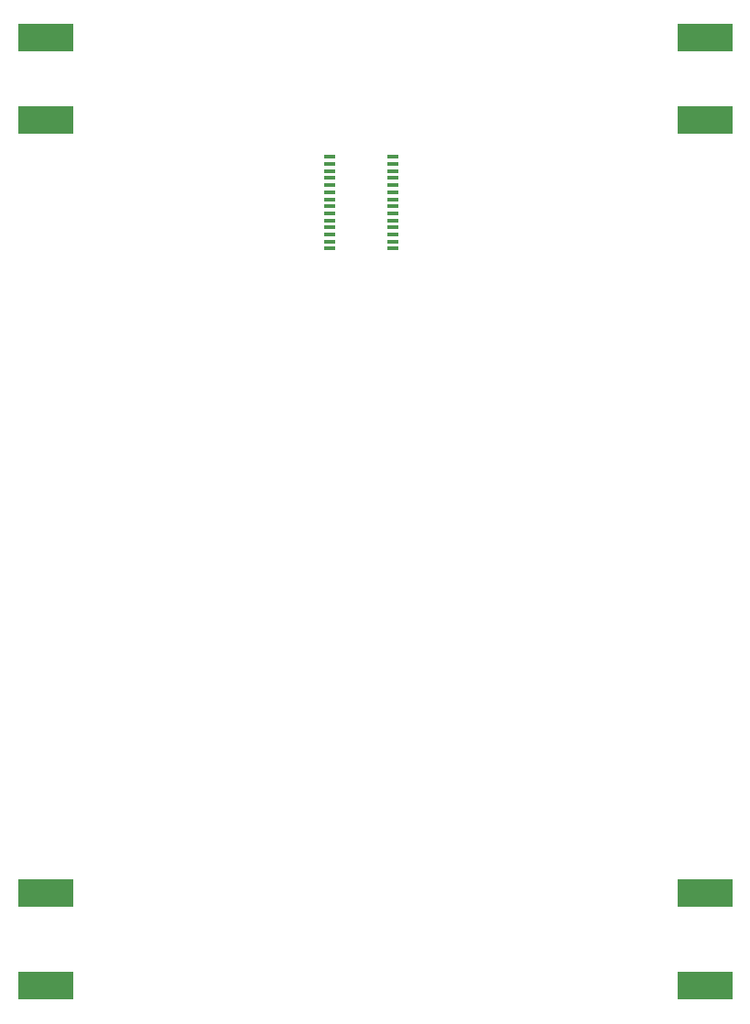
<source format=gtp>
G75*
%MOIN*%
%OFA0B0*%
%FSLAX25Y25*%
%IPPOS*%
%LPD*%
%AMOC8*
5,1,8,0,0,1.08239X$1,22.5*
%
%ADD10R,0.03900X0.01200*%
%ADD11R,0.20000X0.10000*%
D10*
X0125113Y0287466D03*
X0125113Y0290025D03*
X0125113Y0292584D03*
X0125113Y0295143D03*
X0125113Y0297702D03*
X0125113Y0300261D03*
X0125113Y0302820D03*
X0125113Y0305380D03*
X0125113Y0307939D03*
X0125113Y0310498D03*
X0125113Y0313057D03*
X0125113Y0315616D03*
X0125113Y0318175D03*
X0125113Y0320734D03*
X0148087Y0320734D03*
X0148087Y0318175D03*
X0148087Y0315616D03*
X0148087Y0313057D03*
X0148087Y0310498D03*
X0148087Y0307939D03*
X0148087Y0305380D03*
X0148087Y0302820D03*
X0148087Y0300261D03*
X0148087Y0297702D03*
X0148087Y0295143D03*
X0148087Y0292584D03*
X0148087Y0290025D03*
X0148087Y0287466D03*
D11*
X0021600Y0019100D03*
X0021600Y0052850D03*
X0021600Y0334100D03*
X0021600Y0364100D03*
X0261600Y0364100D03*
X0261600Y0334100D03*
X0261600Y0052850D03*
X0261600Y0019100D03*
M02*

</source>
